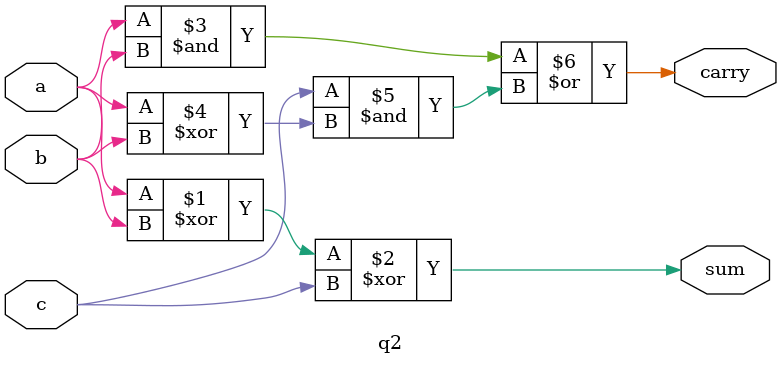
<source format=sv>
`timescale 1ns / 1ps


module q2 (
input a,
input b,
input c,
output sum,
output carry);

  assign sum = (a ^ b) ^ c;
  assign carry = (a & b) | (c & (a ^ b));
endmodule

</source>
